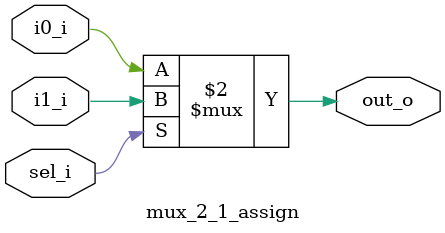
<source format=v>
module mux_2_1_assign(	// file.cleaned.mlir:2:3
  input  i0_i,	// file.cleaned.mlir:2:32
         i1_i,	// file.cleaned.mlir:2:47
         sel_i,	// file.cleaned.mlir:2:62
  output out_o	// file.cleaned.mlir:2:79
);

  assign out_o = ~sel_i ? i0_i : i1_i;	// file.cleaned.mlir:4:10, :5:10, :6:5
endmodule


</source>
